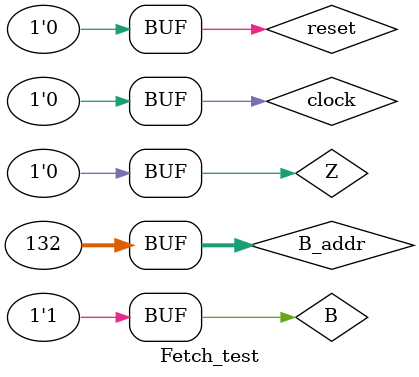
<source format=v>
`timescale 1ns / 1ps


module Fetch_test;

	// Inputs
	reg clock;
	reg reset;
	reg [31:0] B_addr;
	reg Z;
	reg B;

	// Outputs
	wire [31:0] addr;

	// Instantiate the Unit Under Test (UUT)
	Fetch uut (
		.clock(clock), 
		.reset(reset), 
		.B_addr(B_addr), 
		.Z(Z), 
		.B(B), 
		.addr(addr)
	);

	initial begin
		clock = 0;
		reset = 1;
		B_addr = 32'h00000000;
		Z = 1;
		B = 1;
		
		//²âÊÔ
		#100;
		clock=~clock;
		#100;
		clock=~clock;
		reset=0;
		B_addr = 32'h00000004;
		Z = 1;
		B = 1;
		#100;
		clock=~clock;
		
		#100;
		clock=~clock;
		reset=0;
		B_addr = 32'h00000018;
		Z = 0;
		B = 0;
		
		#100;
		clock=~clock;
		#100;
		clock=~clock;
		reset=0;
		B_addr = 32'h0000001c;
		Z = 0;
		B = 1;
		#100;
		clock=~clock;
		#100;
		clock=~clock;
		reset=0;
		B_addr = 32'h00000020;
		Z = 1;
		B = 1;
		#100;
		clock=~clock;
		#100;
		clock=~clock;
		reset=0;
		B_addr = 32'h00000084;
		Z = 0;
		B = 1;
		
	end
      
endmodule


</source>
